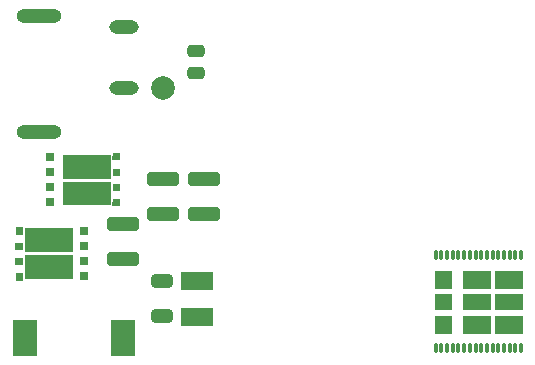
<source format=gbr>
G04 #@! TF.GenerationSoftware,KiCad,Pcbnew,7.0.5-0*
G04 #@! TF.CreationDate,2023-06-09T10:40:46+01:00*
G04 #@! TF.ProjectId,Hashat,48617368-6174-42e6-9b69-6361645f7063,rev?*
G04 #@! TF.SameCoordinates,Original*
G04 #@! TF.FileFunction,Paste,Top*
G04 #@! TF.FilePolarity,Positive*
%FSLAX46Y46*%
G04 Gerber Fmt 4.6, Leading zero omitted, Abs format (unit mm)*
G04 Created by KiCad (PCBNEW 7.0.5-0) date 2023-06-09 10:40:46*
%MOMM*%
%LPD*%
G01*
G04 APERTURE LIST*
G04 Aperture macros list*
%AMRoundRect*
0 Rectangle with rounded corners*
0 $1 Rounding radius*
0 $2 $3 $4 $5 $6 $7 $8 $9 X,Y pos of 4 corners*
0 Add a 4 corners polygon primitive as box body*
4,1,4,$2,$3,$4,$5,$6,$7,$8,$9,$2,$3,0*
0 Add four circle primitives for the rounded corners*
1,1,$1+$1,$2,$3*
1,1,$1+$1,$4,$5*
1,1,$1+$1,$6,$7*
1,1,$1+$1,$8,$9*
0 Add four rect primitives between the rounded corners*
20,1,$1+$1,$2,$3,$4,$5,0*
20,1,$1+$1,$4,$5,$6,$7,0*
20,1,$1+$1,$6,$7,$8,$9,0*
20,1,$1+$1,$8,$9,$2,$3,0*%
G04 Aperture macros list end*
%ADD10C,0.010000*%
%ADD11C,0.100000*%
%ADD12O,3.800000X1.200000*%
%ADD13O,2.500000X1.200000*%
%ADD14C,2.000000*%
%ADD15R,2.700000X1.600000*%
%ADD16RoundRect,0.250000X-1.100000X0.325000X-1.100000X-0.325000X1.100000X-0.325000X1.100000X0.325000X0*%
%ADD17R,0.800000X0.700000*%
%ADD18RoundRect,0.250000X0.475000X-0.250000X0.475000X0.250000X-0.475000X0.250000X-0.475000X-0.250000X0*%
%ADD19RoundRect,0.250000X0.650000X-0.325000X0.650000X0.325000X-0.650000X0.325000X-0.650000X-0.325000X0*%
%ADD20RoundRect,0.135000X0.000000X-0.295000X0.000000X0.295000X0.000000X0.295000X0.000000X-0.295000X0*%
%ADD21RoundRect,0.067500X0.067500X-0.362500X0.067500X0.362500X-0.067500X0.362500X-0.067500X-0.362500X0*%
%ADD22R,2.000000X3.100000*%
G04 APERTURE END LIST*
D10*
X78693945Y-82742678D02*
X78133945Y-82742678D01*
X78133945Y-82212678D01*
X78703945Y-82212678D01*
X78693945Y-82742678D01*
G36*
X78693945Y-82742678D02*
G01*
X78133945Y-82742678D01*
X78133945Y-82212678D01*
X78703945Y-82212678D01*
X78693945Y-82742678D01*
G37*
X78693945Y-84042678D02*
X78133945Y-84042678D01*
X78133945Y-83512678D01*
X78703945Y-83512678D01*
X78693945Y-84042678D01*
G36*
X78693945Y-84042678D02*
G01*
X78133945Y-84042678D01*
X78133945Y-83512678D01*
X78703945Y-83512678D01*
X78693945Y-84042678D01*
G37*
X78713945Y-81452678D02*
X78153945Y-81452678D01*
X78153945Y-80922678D01*
X78723945Y-80922678D01*
X78713945Y-81452678D01*
G36*
X78713945Y-81452678D02*
G01*
X78153945Y-81452678D01*
X78153945Y-80922678D01*
X78723945Y-80922678D01*
X78713945Y-81452678D01*
G37*
X78713945Y-85342678D02*
X78153945Y-85342678D01*
X78153945Y-84812678D01*
X78723945Y-84812678D01*
X78713945Y-85342678D01*
G36*
X78713945Y-85342678D02*
G01*
X78153945Y-85342678D01*
X78153945Y-84812678D01*
X78723945Y-84812678D01*
X78713945Y-85342678D01*
G37*
X82903945Y-85202678D02*
X78923945Y-85202678D01*
X78923945Y-83282678D01*
X82903945Y-83282678D01*
X82903945Y-85202678D01*
G36*
X82903945Y-85202678D02*
G01*
X78923945Y-85202678D01*
X78923945Y-83282678D01*
X82903945Y-83282678D01*
X82903945Y-85202678D01*
G37*
X82913945Y-82922678D02*
X78933945Y-82922678D01*
X78933945Y-81002678D01*
X82913945Y-81002678D01*
X82913945Y-82922678D01*
G36*
X82913945Y-82922678D02*
G01*
X78933945Y-82922678D01*
X78933945Y-81002678D01*
X82913945Y-81002678D01*
X82913945Y-82922678D01*
G37*
D11*
X115036400Y-89894000D02*
X113636400Y-89894000D01*
X113636400Y-88434000D01*
X115036400Y-88434000D01*
X115036400Y-89894000D01*
G36*
X115036400Y-89894000D02*
G01*
X113636400Y-89894000D01*
X113636400Y-88434000D01*
X115036400Y-88434000D01*
X115036400Y-89894000D01*
G37*
X118336400Y-89894000D02*
X116036400Y-89894000D01*
X116036400Y-88434000D01*
X118336400Y-88434000D01*
X118336400Y-89894000D01*
G36*
X118336400Y-89894000D02*
G01*
X116036400Y-89894000D01*
X116036400Y-88434000D01*
X118336400Y-88434000D01*
X118336400Y-89894000D01*
G37*
X121036400Y-89894000D02*
X118736400Y-89894000D01*
X118736400Y-88434000D01*
X121036400Y-88434000D01*
X121036400Y-89894000D01*
G36*
X121036400Y-89894000D02*
G01*
X118736400Y-89894000D01*
X118736400Y-88434000D01*
X121036400Y-88434000D01*
X121036400Y-89894000D01*
G37*
X115036400Y-87794000D02*
X113636400Y-87794000D01*
X113636400Y-86574000D01*
X115036400Y-86574000D01*
X115036400Y-87794000D01*
G36*
X115036400Y-87794000D02*
G01*
X113636400Y-87794000D01*
X113636400Y-86574000D01*
X115036400Y-86574000D01*
X115036400Y-87794000D01*
G37*
X118336400Y-87794000D02*
X116036400Y-87794000D01*
X116036400Y-86574000D01*
X118336400Y-86574000D01*
X118336400Y-87794000D01*
G36*
X118336400Y-87794000D02*
G01*
X116036400Y-87794000D01*
X116036400Y-86574000D01*
X118336400Y-86574000D01*
X118336400Y-87794000D01*
G37*
X121036400Y-87794000D02*
X118736400Y-87794000D01*
X118736400Y-86574000D01*
X121036400Y-86574000D01*
X121036400Y-87794000D01*
G36*
X121036400Y-87794000D02*
G01*
X118736400Y-87794000D01*
X118736400Y-86574000D01*
X121036400Y-86574000D01*
X121036400Y-87794000D01*
G37*
X115036400Y-86034000D02*
X113636400Y-86034000D01*
X113636400Y-84574000D01*
X115036400Y-84574000D01*
X115036400Y-86034000D01*
G36*
X115036400Y-86034000D02*
G01*
X113636400Y-86034000D01*
X113636400Y-84574000D01*
X115036400Y-84574000D01*
X115036400Y-86034000D01*
G37*
X118336400Y-86034000D02*
X116036400Y-86034000D01*
X116036400Y-84574000D01*
X118336400Y-84574000D01*
X118336400Y-86034000D01*
G36*
X118336400Y-86034000D02*
G01*
X116036400Y-86034000D01*
X116036400Y-84574000D01*
X118336400Y-84574000D01*
X118336400Y-86034000D01*
G37*
X121036400Y-86034000D02*
X118736400Y-86034000D01*
X118736400Y-84574000D01*
X121036400Y-84574000D01*
X121036400Y-86034000D01*
G36*
X121036400Y-86034000D02*
G01*
X118736400Y-86034000D01*
X118736400Y-84574000D01*
X121036400Y-84574000D01*
X121036400Y-86034000D01*
G37*
D10*
X86950364Y-77768114D02*
X86380364Y-77768114D01*
X86390364Y-77238114D01*
X86950364Y-77238114D01*
X86950364Y-77768114D01*
G36*
X86950364Y-77768114D02*
G01*
X86380364Y-77768114D01*
X86390364Y-77238114D01*
X86950364Y-77238114D01*
X86950364Y-77768114D01*
G37*
X86950364Y-76468114D02*
X86380364Y-76468114D01*
X86390364Y-75938114D01*
X86950364Y-75938114D01*
X86950364Y-76468114D01*
G36*
X86950364Y-76468114D02*
G01*
X86380364Y-76468114D01*
X86390364Y-75938114D01*
X86950364Y-75938114D01*
X86950364Y-76468114D01*
G37*
X86930364Y-79058114D02*
X86360364Y-79058114D01*
X86370364Y-78528114D01*
X86930364Y-78528114D01*
X86930364Y-79058114D01*
G36*
X86930364Y-79058114D02*
G01*
X86360364Y-79058114D01*
X86370364Y-78528114D01*
X86930364Y-78528114D01*
X86930364Y-79058114D01*
G37*
X86930364Y-75168114D02*
X86360364Y-75168114D01*
X86370364Y-74638114D01*
X86930364Y-74638114D01*
X86930364Y-75168114D01*
G36*
X86930364Y-75168114D02*
G01*
X86360364Y-75168114D01*
X86370364Y-74638114D01*
X86930364Y-74638114D01*
X86930364Y-75168114D01*
G37*
X86160364Y-76698114D02*
X82180364Y-76698114D01*
X82180364Y-74778114D01*
X86160364Y-74778114D01*
X86160364Y-76698114D01*
G36*
X86160364Y-76698114D02*
G01*
X82180364Y-76698114D01*
X82180364Y-74778114D01*
X86160364Y-74778114D01*
X86160364Y-76698114D01*
G37*
X86150364Y-78978114D02*
X82170364Y-78978114D01*
X82170364Y-77058114D01*
X86150364Y-77058114D01*
X86150364Y-78978114D01*
G36*
X86150364Y-78978114D02*
G01*
X82170364Y-78978114D01*
X82170364Y-77058114D01*
X86150364Y-77058114D01*
X86150364Y-78978114D01*
G37*
D12*
X80159000Y-63006000D03*
D13*
X87369000Y-63936000D03*
X87369000Y-69136000D03*
D14*
X90619000Y-69136000D03*
D12*
X80159000Y-72866000D03*
D15*
X93489000Y-88471000D03*
X93489000Y-85471000D03*
D16*
X90660929Y-76805214D03*
X90660929Y-79755214D03*
D17*
X83976445Y-85052678D03*
X83976445Y-83754378D03*
X83976445Y-82490978D03*
X83976445Y-81192678D03*
D18*
X93398000Y-67876000D03*
X93398000Y-65976000D03*
D19*
X90519000Y-88406000D03*
X90519000Y-85456000D03*
D20*
X113736400Y-91168600D03*
X114216400Y-91168600D03*
X114696400Y-91168600D03*
X115176400Y-91168600D03*
X115656400Y-91168600D03*
X116136400Y-91168600D03*
X116616400Y-91168600D03*
X117096400Y-91168600D03*
X117576400Y-91168600D03*
X118056400Y-91168600D03*
X118536400Y-91168600D03*
X119016400Y-91168600D03*
X119496400Y-91168600D03*
X119976400Y-91168600D03*
X120456400Y-91168600D03*
X120936400Y-91168600D03*
D21*
X120936400Y-83299400D03*
X120456400Y-83299400D03*
D20*
X119976400Y-83299400D03*
X119496400Y-83299400D03*
X119016400Y-83299400D03*
X118536400Y-83299400D03*
X118056400Y-83299400D03*
X117576400Y-83299400D03*
X117096400Y-83299400D03*
X116616400Y-83299400D03*
X116136400Y-83299400D03*
X115656400Y-83299400D03*
X115176400Y-83299400D03*
X114696400Y-83299400D03*
X114216400Y-83299400D03*
X113736400Y-83299400D03*
D17*
X81107864Y-74928114D03*
X81107864Y-76226414D03*
X81107864Y-77489814D03*
X81107864Y-78788114D03*
D22*
X78917000Y-90286000D03*
X87237000Y-90286000D03*
D16*
X87236000Y-80606000D03*
X87236000Y-83556000D03*
X94070929Y-76845214D03*
X94070929Y-79795214D03*
M02*

</source>
